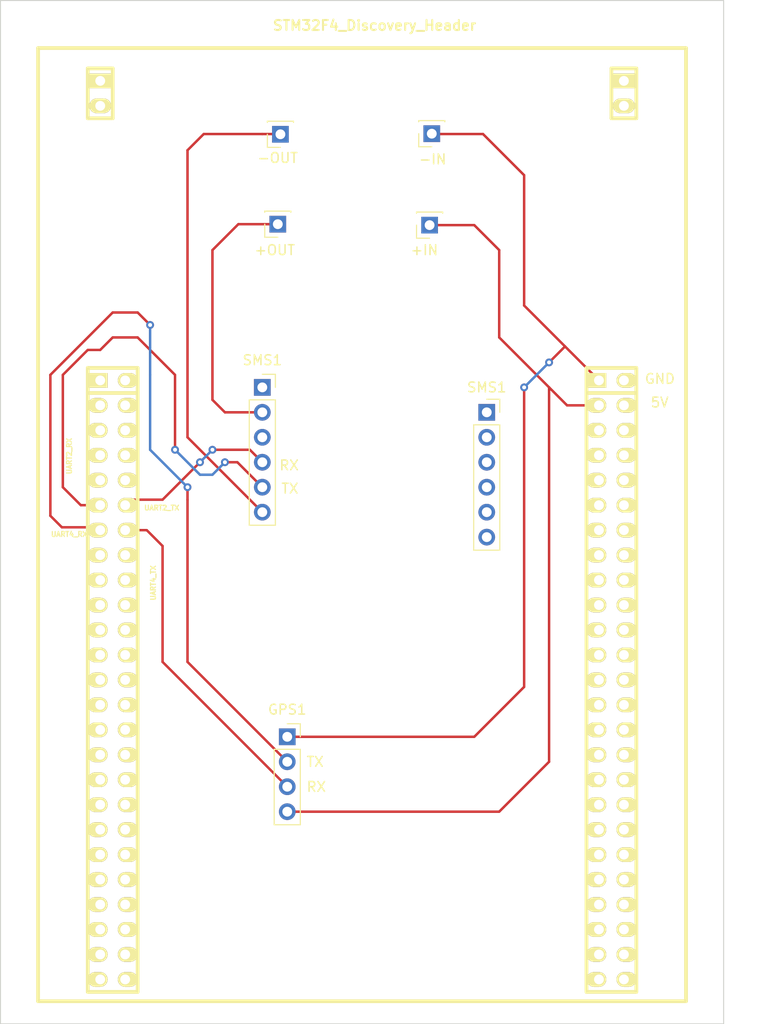
<source format=kicad_pcb>
(kicad_pcb (version 20221018) (generator pcbnew)
  (layers (0 "F.Cu" signal) (31 "B.Cu" signal) (34 "B.Paste" user) (35 "F.Paste" user) (36 "B.SilkS" user "B.Silkscreen") (37 "F.SilkS" user "F.Silkscreen") (38 "B.Mask" user) (39 "F.Mask" user) (44 "Edge.Cuts" user))
  (net 0 "")
  (footprint "Connector_PinSocket_2.54mm:PinSocket_1x06_P2.54mm_Vertical" (layer "F.Cu") (at 142.24 74.93)
    (fp_text reference "SMS1" (at 0 -2.77) (layer "F.SilkS"))
    (fp_text value "~")
    (fp_line (start -1.33 1.27) (end -1.33 14.03) (stroke (width 0.12)) (layer "F.SilkS"))
    (fp_line (start -1.33 1.27) (end 1.33 1.27) (stroke (width 0.12)) (layer "F.SilkS"))
    (fp_line (start -1.33 14.03) (end 1.33 14.03) (stroke (width 0.12)) (layer "F.SilkS"))
    (fp_line (start 0 -1.33) (end 1.33 -1.33) (stroke (width 0.12)) (layer "F.SilkS"))
    (fp_line (start 1.33 -1.33) (end 1.33 0) (stroke (width 0.12)) (layer "F.SilkS"))
    (fp_line (start 1.33 1.27) (end 1.33 14.03) (stroke (width 0.12)) (layer "F.SilkS"))
    (pad "1" thru_hole rect (at 0 0) (size 1.7 1.7) (drill 1) (layers "*.Cu" "*.Mask"))
    (pad "2" thru_hole oval (at 0 2.54) (size 1.7 1.7) (drill 1) (layers "*.Cu" "*.Mask"))
    (pad "3" thru_hole oval (at 0 5.08) (size 1.7 1.7) (drill 1) (layers "*.Cu" "*.Mask"))
    (pad "4" thru_hole oval (at 0 7.62) (size 1.7 1.7) (drill 1) (layers "*.Cu" "*.Mask"))
    (pad "5" thru_hole oval (at 0 10.16) (size 1.7 1.7) (drill 1) (layers "*.Cu" "*.Mask"))
    (pad "6" thru_hole oval (at 0 12.7) (size 1.7 1.7) (drill 1) (layers "*.Cu" "*.Mask"))
  )
  (footprint "Connector_PinSocket_2.54mm:PinSocket_1x01_P2.54mm_Vertical" (layer "F.Cu") (at 159.501626 49.114406 180)
    (fp_text reference "BuckConverter1" hide)
    (fp_text value "~")
    (fp_line (start -1.33 1.21) (end -1.33 1.33) (stroke (width 0.12)) (layer "F.SilkS"))
    (fp_line (start -1.33 1.33) (end 1.33 1.33) (stroke (width 0.12)) (layer "F.SilkS"))
    (fp_line (start 0 -1.33) (end 1.33 -1.33) (stroke (width 0.12)) (layer "F.SilkS"))
    (fp_line (start 1.33 -1.33) (end 1.33 0) (stroke (width 0.12)) (layer "F.SilkS"))
    (fp_line (start 1.33 1.21) (end 1.33 1.33) (stroke (width 0.12)) (layer "F.SilkS"))
    (pad "1" thru_hole rect (at 0 0 180) (size 1.7 1.7) (drill 1) (layers "*.Cu" "*.Mask"))
  )
  (footprint "Connector_PinSocket_2.54mm:PinSocket_1x01_P2.54mm_Vertical" (layer "F.Cu") (at 159.279107 58.42 180)
    (fp_text reference "BuckConverter1" hide)
    (fp_text value "~")
    (fp_line (start -1.33 1.21) (end -1.33 1.33) (stroke (width 0.12)) (layer "F.SilkS"))
    (fp_line (start -1.33 1.33) (end 1.33 1.33) (stroke (width 0.12)) (layer "F.SilkS"))
    (fp_line (start 0 -1.33) (end 1.33 -1.33) (stroke (width 0.12)) (layer "F.SilkS"))
    (fp_line (start 1.33 -1.33) (end 1.33 0) (stroke (width 0.12)) (layer "F.SilkS"))
    (fp_line (start 1.33 1.21) (end 1.33 1.33) (stroke (width 0.12)) (layer "F.SilkS"))
    (pad "1" thru_hole rect (at 0 0 180) (size 1.7 1.7) (drill 1) (layers "*.Cu" "*.Mask"))
  )
  (footprint "Connector_PinSocket_2.54mm:PinSocket_1x01_P2.54mm_Vertical" (layer "F.Cu") (at 143.817383 58.323502 180)
    (fp_text reference "BuckConverter1" hide)
    (fp_text value "~")
    (fp_line (start -1.33 1.21) (end -1.33 1.33) (stroke (width 0.12)) (layer "F.SilkS"))
    (fp_line (start -1.33 1.33) (end 1.33 1.33) (stroke (width 0.12)) (layer "F.SilkS"))
    (fp_line (start 0 -1.33) (end 1.33 -1.33) (stroke (width 0.12)) (layer "F.SilkS"))
    (fp_line (start 1.33 -1.33) (end 1.33 0) (stroke (width 0.12)) (layer "F.SilkS"))
    (fp_line (start 1.33 1.21) (end 1.33 1.33) (stroke (width 0.12)) (layer "F.SilkS"))
    (pad "1" thru_hole rect (at 0 0 180) (size 1.7 1.7) (drill 1) (layers "*.Cu" "*.Mask"))
  )
  (footprint "Connector_PinSocket_2.54mm:PinSocket_1x04_P2.54mm_Vertical" (layer "F.Cu") (at 144.78 110.49)
    (fp_text reference "GPS1" (at 0 -2.77) (layer "F.SilkS"))
    (fp_text value "~")
    (fp_line (start -1.33 1.27) (end -1.33 8.95) (stroke (width 0.12)) (layer "F.SilkS"))
    (fp_line (start -1.33 1.27) (end 1.33 1.27) (stroke (width 0.12)) (layer "F.SilkS"))
    (fp_line (start -1.33 8.95) (end 1.33 8.95) (stroke (width 0.12)) (layer "F.SilkS"))
    (fp_line (start 0 -1.33) (end 1.33 -1.33) (stroke (width 0.12)) (layer "F.SilkS"))
    (fp_line (start 1.33 -1.33) (end 1.33 0) (stroke (width 0.12)) (layer "F.SilkS"))
    (fp_line (start 1.33 1.27) (end 1.33 8.95) (stroke (width 0.12)) (layer "F.SilkS"))
    (pad "1" thru_hole rect (at 0 0) (size 1.7 1.7) (drill 1) (layers "*.Cu" "*.Mask"))
    (pad "2" thru_hole oval (at 0 2.54) (size 1.7 1.7) (drill 1) (layers "*.Cu" "*.Mask"))
    (pad "3" thru_hole oval (at 0 5.08) (size 1.7 1.7) (drill 1) (layers "*.Cu" "*.Mask"))
    (pad "4" thru_hole oval (at 0 7.62) (size 1.7 1.7) (drill 1) (layers "*.Cu" "*.Mask"))
  )
  (footprint "Connector_PinSocket_2.54mm:PinSocket_1x01_P2.54mm_Vertical" (layer "F.Cu") (at 144.084612 49.176074 180)
    (fp_text reference "BuckConverter1" hide)
    (fp_text value "~")
    (fp_line (start -1.33 1.21) (end -1.33 1.33) (stroke (width 0.12)) (layer "F.SilkS"))
    (fp_line (start -1.33 1.33) (end 1.33 1.33) (stroke (width 0.12)) (layer "F.SilkS"))
    (fp_line (start 0 -1.33) (end 1.33 -1.33) (stroke (width 0.12)) (layer "F.SilkS"))
    (fp_line (start 1.33 -1.33) (end 1.33 0) (stroke (width 0.12)) (layer "F.SilkS"))
    (fp_line (start 1.33 1.21) (end 1.33 1.33) (stroke (width 0.12)) (layer "F.SilkS"))
    (pad "1" thru_hole rect (at 0 0 180) (size 1.7 1.7) (drill 1) (layers "*.Cu" "*.Mask"))
  )
  (footprint "Connector_PinSocket_2.54mm:PinSocket_1x06_P2.54mm_Vertical" (layer "F.Cu") (at 165.1 77.47)
    (fp_text reference "SMS1" (at 0 -2.54) (layer "F.SilkS"))
    (fp_text value "~")
    (fp_line (start -1.33 1.27) (end -1.33 14.03) (stroke (width 0.12)) (layer "F.SilkS"))
    (fp_line (start -1.33 1.27) (end 1.33 1.27) (stroke (width 0.12)) (layer "F.SilkS"))
    (fp_line (start -1.33 14.03) (end 1.33 14.03) (stroke (width 0.12)) (layer "F.SilkS"))
    (fp_line (start 0 -1.33) (end 1.33 -1.33) (stroke (width 0.12)) (layer "F.SilkS"))
    (fp_line (start 1.33 -1.33) (end 1.33 0) (stroke (width 0.12)) (layer "F.SilkS"))
    (fp_line (start 1.33 1.27) (end 1.33 14.03) (stroke (width 0.12)) (layer "F.SilkS"))
    (pad "1" thru_hole rect (at 0 0) (size 1.7 1.7) (drill 1) (layers "*.Cu" "*.Mask"))
    (pad "2" thru_hole oval (at 0 2.54) (size 1.7 1.7) (drill 1) (layers "*.Cu" "*.Mask"))
    (pad "3" thru_hole oval (at 0 5.08) (size 1.7 1.7) (drill 1) (layers "*.Cu" "*.Mask"))
    (pad "4" thru_hole oval (at 0 7.62) (size 1.7 1.7) (drill 1) (layers "*.Cu" "*.Mask"))
    (pad "5" thru_hole oval (at 0 10.16) (size 1.7 1.7) (drill 1) (layers "*.Cu" "*.Mask"))
    (pad "6" thru_hole oval (at 0 12.7) (size 1.7 1.7) (drill 1) (layers "*.Cu" "*.Mask"))
  )
  (footprint "STM32:stm32f4_discovery_header" (layer "F.Cu") (at 152.4 88.9 90)
    (fp_text reference "STM32F4_Discovery_Header" (at 50.8 1.27) (layer "F.SilkS") (effects (font (size 1.016 1.016) (thickness 0.2032))))
    (fp_text value "Val**" hide)
    (fp_line (start -48.5 33) (end -48.5 -33) (stroke (width 0.381)) (layer "F.SilkS"))
    (fp_line (start -48.5 33) (end 48.5 33) (stroke (width 0.381)) (layer "F.SilkS"))
    (fp_line (start -47.55 -27.94) (end -47.55 -22.86) (stroke (width 0.381)) (layer "F.SilkS"))
    (fp_line (start -47.55 -27.94) (end 15.95 -27.94) (stroke (width 0.381)) (layer "F.SilkS"))
    (fp_line (start -47.55 -22.86) (end 15.95 -22.86) (stroke (width 0.381)) (layer "F.SilkS"))
    (fp_line (start -47.55 22.86) (end -47.55 27.94) (stroke (width 0.381)) (layer "F.SilkS"))
    (fp_line (start -47.55 22.86) (end 15.95 22.86) (stroke (width 0.381)) (layer "F.SilkS"))
    (fp_line (start -47.55 27.94) (end 15.95 27.94) (stroke (width 0.381)) (layer "F.SilkS"))
    (fp_line (start 13.3985 -27.94) (end 13.3985 -22.86) (stroke (width 0.381)) (layer "F.SilkS"))
    (fp_line (start 13.3985 22.86) (end 13.3985 27.94) (stroke (width 0.381)) (layer "F.SilkS"))
    (fp_line (start 15.95 -27.94) (end 15.95 -22.86) (stroke (width 0.381)) (layer "F.SilkS"))
    (fp_line (start 15.95 22.86) (end 15.95 27.94) (stroke (width 0.381)) (layer "F.SilkS"))
    (fp_line (start 41.35 -27.94) (end 41.35 -25.4) (stroke (width 0.381)) (layer "F.SilkS"))
    (fp_line (start 41.35 -25.4) (end 46.43 -25.4) (stroke (width 0.381)) (layer "F.SilkS"))
    (fp_line (start 41.35 25.4) (end 41.35 27.94) (stroke (width 0.381)) (layer "F.SilkS"))
    (fp_line (start 41.35 27.94) (end 46.43 27.94) (stroke (width 0.381)) (layer "F.SilkS"))
    (fp_line (start 46.43 -27.94) (end 41.35 -27.94) (stroke (width 0.381)) (layer "F.SilkS"))
    (fp_line (start 46.43 -25.4) (end 46.43 -27.94) (stroke (width 0.381)) (layer "F.SilkS"))
    (fp_line (start 46.43 25.4) (end 41.35 25.4) (stroke (width 0.381)) (layer "F.SilkS"))
    (fp_line (start 46.43 27.94) (end 46.43 25.4) (stroke (width 0.381)) (layer "F.SilkS"))
    (fp_line (start 48.5 -33) (end -48.5 -33) (stroke (width 0.381)) (layer "F.SilkS"))
    (fp_line (start 48.5 33) (end 48.5 -33) (stroke (width 0.381)) (layer "F.SilkS"))
    (pad "1" thru_hole rect (at 14.68 -26.67 90) (size 1.5 2) (drill 1.00076 (offset 0 -0.25)) (layers "*.Cu" "*.Mask" "F.SilkS"))
    (pad "2" thru_hole oval (at 14.68 -24.13 90) (size 1.5 2) (drill 1.00076 (offset 0 0.25)) (layers "*.Cu" "*.Mask" "F.SilkS"))
    (pad "3" thru_hole oval (at 12.14 -26.67 90) (size 1.5 2) (drill 0.99822 (offset 0 -0.25)) (layers "*.Cu" "*.Mask" "F.SilkS"))
    (pad "4" thru_hole oval (at 12.14 -24.13 90) (size 1.5 2) (drill 1.00076 (offset 0 0.25)) (layers "*.Cu" "*.Mask" "F.SilkS"))
    (pad "5" thru_hole oval (at 9.6 -26.67 90) (size 1.5 2) (drill 0.99822 (offset 0 -0.25)) (layers "*.Cu" "*.Mask" "F.SilkS"))
    (pad "6" thru_hole oval (at 9.6 -24.13 90) (size 1.5 2) (drill 1.00076 (offset 0 0.25)) (layers "*.Cu" "*.Mask" "F.SilkS"))
    (pad "7" thru_hole oval (at 7.06 -26.67 90) (size 1.5 2) (drill 0.99822 (offset 0 -0.25)) (layers "*.Cu" "*.Mask" "F.SilkS"))
    (pad "8" thru_hole oval (at 7.06 -24.13 90) (size 1.5 2) (drill 1.00076 (offset 0 0.25)) (layers "*.Cu" "*.Mask" "F.SilkS"))
    (pad "9" thru_hole oval (at 4.52 -26.67 90) (size 1.5 2) (drill 0.99822 (offset 0 -0.25)) (layers "*.Cu" "*.Mask" "F.SilkS"))
    (pad "10" thru_hole oval (at 4.52 -24.13 90) (size 1.5 2) (drill 1.00076 (offset 0 0.25)) (layers "*.Cu" "*.Mask" "F.SilkS"))
    (pad "11" thru_hole oval (at 1.98 -26.67 90) (size 1.5 2) (drill 0.99822 (offset 0 -0.25)) (layers "*.Cu" "*.Mask" "F.SilkS"))
    (pad "12" thru_hole oval (at 1.98 -24.13 90) (size 1.5 2) (drill 1.00076 (offset 0 0.25)) (layers "*.Cu" "*.Mask" "F.SilkS"))
    (pad "13" thru_hole oval (at -0.56 -26.67 90) (size 1.5 2) (drill 0.99822 (offset 0 -0.25)) (layers "*.Cu" "*.Mask" "F.SilkS"))
    (pad "14" thru_hole oval (at -0.56 -24.13 90) (size 1.5 2) (drill 1.00076 (offset 0 0.25)) (layers "*.Cu" "*.Mask" "F.SilkS"))
    (pad "15" thru_hole oval (at -3.1 -26.67 90) (size 1.5 2) (drill 0.99822 (offset 0 -0.25)) (layers "*.Cu" "*.Mask" "F.SilkS"))
    (pad "16" thru_hole oval (at -3.1 -24.13 90) (size 1.5 2) (drill 1.00076 (offset 0 0.25)) (layers "*.Cu" "*.Mask" "F.SilkS"))
    (pad "17" thru_hole oval (at -5.64 -26.67 90) (size 1.5 2) (drill 0.99822 (offset 0 -0.25)) (layers "*.Cu" "*.Mask" "F.SilkS"))
    (pad "18" thru_hole oval (at -5.64 -24.13 90) (size 1.5 2) (drill 1.00076 (offset 0 0.25)) (layers "*.Cu" "*.Mask" "F.SilkS"))
    (pad "19" thru_hole oval (at -8.18 -26.67 90) (size 1.5 2) (drill 0.99822 (offset 0 -0.25)) (layers "*.Cu" "*.Mask" "F.SilkS"))
    (pad "20" thru_hole oval (at -8.18 -24.13 90) (size 1.5 2) (drill 1.00076 (offset 0 0.25)) (layers "*.Cu" "*.Mask" "F.SilkS"))
    (pad "21" thru_hole oval (at -10.72 -26.67 90) (size 1.5 2) (drill 0.99822 (offset 0 -0.25)) (layers "*.Cu" "*.Mask" "F.SilkS"))
    (pad "22" thru_hole oval (at -10.72 -24.13 90) (size 1.5 2) (drill 1.00076 (offset 0 0.25)) (layers "*.Cu" "*.Mask" "F.SilkS"))
    (pad "23" thru_hole oval (at -13.26 -26.67 90) (size 1.5 2) (drill 0.99822 (offset 0 -0.25)) (layers "*.Cu" "*.Mask" "F.SilkS"))
    (pad "24" thru_hole oval (at -13.26 -24.13 90) (size 1.5 2) (drill 1.00076 (offset 0 0.25)) (layers "*.Cu" "*.Mask" "F.SilkS"))
    (pad "25" thru_hole oval (at -15.8 -26.67 90) (size 1.5 2) (drill 0.99822 (offset 0 -0.25)) (layers "*.Cu" "*.Mask" "F.SilkS"))
    (pad "26" thru_hole oval (at -15.8 -24.13 90) (size 1.5 2) (drill 1.00076 (offset 0 0.25)) (layers "*.Cu" "*.Mask" "F.SilkS"))
    (pad "27" thru_hole oval (at -18.34 -26.67 90) (size 1.5 2) (drill 0.99822 (offset 0 -0.25)) (layers "*.Cu" "*.Mask" "F.SilkS"))
    (pad "28" thru_hole oval (at -18.34 -24.13 90) (size 1.5 2) (drill 1.00076 (offset 0 0.25)) (layers "*.Cu" "*.Mask" "F.SilkS"))
    (pad "29" thru_hole oval (at -20.88 -26.67 90) (size 1.5 2) (drill 0.99822 (offset 0 -0.25)) (layers "*.Cu" "*.Mask" "F.SilkS"))
    (pad "30" thru_hole oval (at -20.88 -24.13 90) (size 1.5 2) (drill 1.00076 (offset 0 0.25)) (layers "*.Cu" "*.Mask" "F.SilkS"))
    (pad "31" thru_hole oval (at -23.42 -26.67 90) (size 1.5 2) (drill 0.99822 (offset 0 -0.25)) (layers "*.Cu" "*.Mask" "F.SilkS"))
    (pad "32" thru_hole oval (at -23.42 -24.13 90) (size 1.5 2) (drill 1.00076 (offset 0 0.25)) (layers "*.Cu" "*.Mask" "F.SilkS"))
    (pad "33" thru_hole oval (at -25.96 -26.67 90) (size 1.5 2) (drill 0.99822 (offset 0 -0.25)) (layers "*.Cu" "*.Mask" "F.SilkS"))
    (pad "34" thru_hole oval (at -25.96 -24.13 90) (size 1.5 2) (drill 1.00076 (offset 0 0.25)) (layers "*.Cu" "*.Mask" "F.SilkS"))
    (pad "35" thru_hole oval (at -28.5 -26.67 90) (size 1.5 2) (drill 0.99822 (offset 0 -0.25)) (layers "*.Cu" "*.Mask" "F.SilkS"))
    (pad "36" thru_hole oval (at -28.5 -24.13 90) (size 1.5 2) (drill 1.00076 (offset 0 0.25)) (layers "*.Cu" "*.Mask" "F.SilkS"))
    (pad "37" thru_hole oval (at -31.04 -26.67 90) (size 1.5 2) (drill 0.99822 (offset 0 -0.25)) (layers "*.Cu" "*.Mask" "F.SilkS"))
    (pad "38" thru_hole oval (at -31.04 -24.13 90) (size 1.5 2) (drill 1.00076 (offset 0 0.25)) (layers "*.Cu" "*.Mask" "F.SilkS"))
    (pad "39" thru_hole oval (at -33.58 -26.67 90) (size 1.5 2) (drill 0.99822 (offset 0 -0.25)) (layers "*.Cu" "*.Mask" "F.SilkS"))
    (pad "40" thru_hole oval (at -33.58 -24.13 90) (size 1.5 2) (drill 1.00076 (offset 0 0.25)) (layers "*.Cu" "*.Mask" "F.SilkS"))
    (pad "41" thru_hole oval (at -36.12 -26.67 90) (size 1.5 2) (drill 0.99822 (offset 0 -0.25)) (layers "*.Cu" "*.Mask" "F.SilkS"))
    (pad "42" thru_hole oval (at -36.12 -24.13 90) (size 1.5 2) (drill 1.00076 (offset 0 0.25)) (layers "*.Cu" "*.Mask" "F.SilkS"))
    (pad "43" thru_hole oval (at -38.66 -26.67 90) (size 1.5 2) (drill 0.99822 (offset 0 -0.25)) (layers "*.Cu" "*.Mask" "F.SilkS"))
    (pad "44" thru_hole oval (at -38.66 -24.13 90) (size 1.5 2) (drill 1.00076 (offset 0 0.25)) (layers "*.Cu" "*.Mask" "F.SilkS"))
    (pad "45" thru_hole oval (at -41.2 -26.67 90) (size 1.5 2) (drill 0.99822 (offset 0 -0.25)) (layers "*.Cu" "*.Mask" "F.SilkS"))
    (pad "46" thru_hole oval (at -41.2 -24.13 90) (size 1.5 2) (drill 1.00076 (offset 0 0.25)) (layers "*.Cu" "*.Mask" "F.SilkS"))
    (pad "47" thru_hole oval (at -43.74 -26.67 90) (size 1.5 2) (drill 0.99822 (offset 0 -0.25)) (layers "*.Cu" "*.Mask" "F.SilkS"))
    (pad "48" thru_hole oval (at -43.74 -24.13 90) (size 1.5 2) (drill 1.00076 (offset 0 0.25)) (layers "*.Cu" "*.Mask" "F.SilkS"))
    (pad "49" thru_hole oval (at -46.28 -26.67 90) (size 1.5 2) (drill 0.99822 (offset 0 -0.25)) (layers "*.Cu" "*.Mask" "F.SilkS"))
    (pad "49" thru_hole rect (at 45.16 -26.67 90) (size 1.5 2.2) (drill 1.00076) (layers "*.Cu" "*.Mask" "F.SilkS"))
    (pad "50" thru_hole oval (at -46.28 -24.13 90) (size 1.5 2) (drill 1.00076 (offset 0 0.25)) (layers "*.Cu" "*.Mask" "F.SilkS"))
    (pad "50" thru_hole oval (at 42.62 -26.67 90) (size 1.5 2.2) (drill 1.00076) (layers "*.Cu" "*.Mask" "F.SilkS"))
    (pad "51" thru_hole oval (at -46.28 24.13 90) (size 1.5 2) (drill 0.99822 (offset 0 -0.25)) (layers "*.Cu" "*.Mask" "F.SilkS"))
    (pad "51" thru_hole rect (at 45.16 26.67 90) (size 1.5 2.2) (drill 1.00076) (layers "*.Cu" "*.Mask" "F.SilkS"))
    (pad "52" thru_hole oval (at -46.28 26.67 90) (size 1.5 2) (drill 1.00076 (offset 0 0.25)) (layers "*.Cu" "*.Mask" "F.SilkS"))
    (pad "52" thru_hole oval (at 42.62 26.67 90) (size 1.5 2.2) (drill 1.00076) (layers "*.Cu" "*.Mask" "F.SilkS"))
    (pad "53" thru_hole oval (at -43.74 24.13 90) (size 1.5 2) (drill 0.99822 (offset 0 -0.25)) (layers "*.Cu" "*.Mask" "F.SilkS"))
    (pad "54" thru_hole oval (at -43.74 26.67 90) (size 1.5 2) (drill 1.00076 (offset 0 0.25)) (layers "*.Cu" "*.Mask" "F.SilkS"))
    (pad "55" thru_hole oval (at -41.2 24.13 90) (size 1.5 2) (drill 0.99822 (offset 0 -0.25)) (layers "*.Cu" "*.Mask" "F.SilkS"))
    (pad "56" thru_hole oval (at -41.2 26.67 90) (size 1.5 2) (drill 1.00076 (offset 0 0.25)) (layers "*.Cu" "*.Mask" "F.SilkS"))
    (pad "57" thru_hole oval (at -38.66 24.13 90) (size 1.5 2) (drill 0.99822 (offset 0 -0.25)) (layers "*.Cu" "*.Mask" "F.SilkS"))
    (pad "58" thru_hole oval (at -38.66 26.67 90) (size 1.5 2) (drill 1.00076 (offset 0 0.25)) (layers "*.Cu" "*.Mask" "F.SilkS"))
    (pad "59" thru_hole oval (at -36.12 24.13 90) (size 1.5 2) (drill 0.99822 (offset 0 -0.25)) (layers "*.Cu" "*.Mask" "F.SilkS"))
    (pad "60" thru_hole oval (at -36.12 26.67 90) (size 1.5 2) (drill 1.00076 (offset 0 0.25)) (layers "*.Cu" "*.Mask" "F.SilkS"))
    (pad "61" thru_hole oval (at -33.58 24.13 90) (size 1.5 2) (drill 0.99822 (offset 0 -0.25)) (layers "*.Cu" "*.Mask" "F.SilkS"))
    (pad "62" thru_hole oval (at -33.58 26.67 90) (size 1.5 2) (drill 1.00076 (offset 0 0.25)) (layers "*.Cu" "*.Mask" "F.SilkS"))
    (pad "63" thru_hole oval (at -31.04 24.13 90) (size 1.5 2) (drill 0.99822 (offset 0 -0.25)) (layers "*.Cu" "*.Mask" "F.SilkS"))
    (pad "64" thru_hole oval (at -31.04 26.67 90) (size 1.5 2) (drill 1.00076 (offset 0 0.25)) (layers "*.Cu" "*.Mask" "F.SilkS"))
    (pad "65" thru_hole oval (at -28.5 24.13 90) (size 1.5 2) (drill 0.99822 (offset 0 -0.25)) (layers "*.Cu" "*.Mask" "F.SilkS"))
    (pad "66" thru_hole oval (at -28.5 26.67 90) (size 1.5 2) (drill 1.00076 (offset 0 0.25)) (layers "*.Cu" "*.Mask" "F.SilkS"))
    (pad "67" thru_hole oval (at -25.96 24.13 90) (size 1.5 2) (drill 0.99822 (offset 0 -0.25)) (layers "*.Cu" "*.Mask" "F.SilkS"))
    (pad "68" thru_hole oval (at -25.96 26.67 90) (size 1.5 2) (drill 1.00076 (offset 0 0.25)) (layers "*.Cu" "*.Mask" "F.SilkS"))
    (pad "69" thru_hole oval (at -23.42 24.13 90) (size 1.5 2) (drill 0.99822 (offset 0 -0.25)) (layers "*.Cu" "*.Mask" "F.SilkS"))
    (pad "70" thru_hole oval (at -23.42 26.67 90) (size 1.5 2) (drill 1.00076 (offset 0 0.25)) (layers "*.Cu" "*.Mask" "F.SilkS"))
    (pad "71" thru_hole oval (at -20.88 24.13 90) (size 1.5 2) (drill 0.99822 (offset 0 -0.25)) (layers "*.Cu" "*.Mask" "F.SilkS"))
    (pad "72" thru_hole oval (at -20.88 26.67 90) (size 1.5 2) (drill 1.00076 (offset 0 0.25)) (layers "*.Cu" "*.Mask" "F.SilkS"))
    (pad "73" thru_hole oval (at -18.34 24.13 90) (size 1.5 2) (drill 0.99822 (offset 0 -0.25)) (layers "*.Cu" "*.Mask" "F.SilkS"))
    (pad "74" thru_hole oval (at -18.34 26.67 90) (size 1.5 2) (drill 1.00076 (offset 0 0.25)) (layers "*.Cu" "*.Mask" "F.SilkS"))
    (pad "75" thru_hole oval (at -15.8 24.13 90) (size 1.5 2) (drill 0.99822 (offset 0 -0.25)) (layers "*.Cu" "*.Mask" "F.SilkS"))
    (pad "76" thru_hole oval (at -15.8 26.67 90) (size 1.5 2) (drill 1.00076 (offset 0 0.25)) (layers "*.Cu" "*.Mask" "F.SilkS"))
    (pad "77" thru_hole oval (at -13.26 24.13 90) (size 1.5 2) (drill 0.99822 (offset 0 -0.25)) (layers "*.Cu" "*.Mask" "F.SilkS"))
    (pad "78" thru_hole oval (at -13.26 26.67 90) (size 1.5 2) (drill 1.00076 (offset 0 0.25)) (layers "*.Cu" "*.Mask" "F.SilkS"))
    (pad "79" thru_hole oval (at -10.72 24.13 90) (size 1.5 2) (drill 0.99822 (offset 0 -0.25)) (layers "*.Cu" "*.Mask" "F.SilkS"))
    (pad "80" thru_hole oval (at -10.72 26.67 90) (size 1.5 2) (drill 1.00076 (offset 0 0.25)) (layers "*.Cu" "*.Mask" "F.SilkS"))
    (pad "81" thru_hole oval (at -8.18 24.13 90) (size 1.5 2) (drill 0.99822 (offset 0 -0.25)) (layers "*.Cu" "*.Mask" "F.SilkS"))
    (pad "82" thru_hole oval (at -8.18 26.67 90) (size 1.5 2) (drill 1.00076 (offset 0 0.25)) (layers "*.Cu" "*.Mask" "F.SilkS"))
    (pad "83" thru_hole oval (at -5.64 24.13 90) (size 1.5 2) (drill 0.99822 (offset 0 -0.25)) (layers "*.Cu" "*.Mask" "F.SilkS"))
    (pad "84" thru_hole oval (at -5.64 26.67 90) (size 1.5 2) (drill 1.00076 (offset 0 0.25)) (layers "*.Cu" "*.Mask" "F.SilkS"))
    (pad "85" thru_hole oval (at -3.1 24.13 90) (size 1.5 2) (drill 0.99822 (offset 0 -0.25)) (layers "*.Cu" "*.Mask" "F.SilkS"))
    (pad "86" thru_hole oval (at -3.1 26.67 90) (size 1.5 2) (drill 1.00076 (offset 0 0.25)) (layers "*.Cu" "*.Mask" "F.SilkS"))
    (pad "87" thru_hole oval (at -0.56 24.13 90) (size 1.5 2) (drill 0.99822 (offset 0 -0.25)) (layers "*.Cu" "*.Mask" "F.SilkS"))
    (pad "88" thru_hole oval (at -0.56 26.67 90) (size 1.5 2) (drill 1.00076 (offset 0 0.25)) (layers "*.Cu" "*.Mask" "F.SilkS"))
    (pad "89" thru_hole oval (at 1.98 24.13 90) (size 1.5 2) (drill 0.99822 (offset 0 -0.25)) (layers "*.Cu" "*.Mask" "F.SilkS"))
    (pad "90" thru_hole oval (at 1.98 26.67 90) (size 1.5 2) (drill 1.00076 (offset 0 0.25)) (layers "*.Cu" "*.Mask" "F.SilkS"))
    (pad "91" thru_hole oval (at 4.52 24.13 90) (size 1.5 2) (drill 0.99822 (offset 0 -0.25)) (layers "*.Cu" "*.Mask" "F.SilkS"))
    (pad "92" thru_hole oval (at 4.52 26.67 90) (size 1.5 2) (drill 1.00076 (offset 0 0.25)) (layers "*.Cu" "*.Mask" "F.SilkS"))
    (pad "93" thru_hole oval (at 7.06 24.13 90) (size 1.5 2) (drill 0.99822 (offset 0 -0.25)) (layers "*.Cu" "*.Mask" "F.SilkS"))
    (pad "94" thru_hole oval (at 7.06 26.67 90) (size 1.5 2) (drill 1.00076 (offset 0 0.25)) (layers "*.Cu" "*.Mask" "F.SilkS"))
    (pad "95" thru_hole oval (at 9.6 24.13 90) (size 1.5 2) (drill 0.99822 (offset 0 -0.25)) (layers "*.Cu" "*.Mask" "F.SilkS"))
    (pad "96" thru_hole oval (at 9.6 26.67 90) (size 1.5 2) (drill 1.00076 (offset 0 0.25)) (layers "*.Cu" "*.Mask" "F.SilkS"))
    (pad "97" thru_hole oval (at 12.14 24.13 90) (size 1.5 2) (drill 0.99822 (offset 0 -0.25)) (layers "*.Cu" "*.Mask" "F.SilkS"))
    (pad "98" thru_hole oval (at 12.14 26.67 90) (size 1.5 2) (drill 1.00076 (offset 0 0.25)) (layers "*.Cu" "*.Mask" "F.SilkS"))
    (pad "99" thru_hole rect (at 14.68 24.13 90) (size 1.5 2) (drill 1.00076 (offset 0 -0.25)) (layers "*.Cu" "*.Mask" "F.SilkS"))
    (pad "100" thru_hole oval (at 14.68 26.67 90) (size 1.5 2) (drill 1.00076 (offset 0 0.25)) (layers "*.Cu" "*.Mask" "F.SilkS"))
  )
  (gr_rect (start 115.57 35.56) (end 189.23 139.7) (stroke (width 0.1)) (fill none) (layer "Edge.Cuts"))
  (gr_text "TX" (at 144.094799 85.811839) (layer "F.SilkS") (effects (font (size 1 1)) (justify left bottom)))
  (gr_text "UART2_RX\n" (at 122.86462 83.845882 90) (layer "F.SilkS") (effects (font (size 0.5 0.5) (thickness 0.125)) (justify left bottom)))
  (gr_text "UART4_TX\n" (at 131.422207 96.688921 90) (layer "F.SilkS") (effects (font (size 0.5 0.5) (thickness 0.125)) (justify left bottom)))
  (gr_text "RX\n" (at 143.893901 83.445613) (layer "F.SilkS") (effects (font (size 1 1)) (justify left bottom)))
  (gr_text "+IN" (at 158.75 60.96) (layer "F.SilkS") (effects (font (size 1 1))))
  (gr_text "-IN" (at 159.593633 51.719457) (layer "F.SilkS") (effects (font (size 1 1))))
  (gr_text "5V\n" (at 181.71278 77.051743) (layer "F.SilkS") (effects (font (size 1 1)) (justify left bottom)))
  (gr_text "TX\n" (at 146.66668 113.619272) (layer "F.SilkS") (effects (font (size 1 1)) (justify left bottom)))
  (gr_text "+OUT\n" (at 143.51 60.96) (layer "F.SilkS") (effects (font (size 1 1))))
  (gr_text "UART4_RX\n" (at 120.65 90.17) (layer "F.SilkS") (effects (font (size 0.5 0.5) (thickness 0.125)) (justify left bottom)))
  (gr_text "UART2_TX\n" (at 130.141451 87.484297) (layer "F.SilkS") (effects (font (size 0.5 0.5) (thickness 0.125)) (justify left bottom)))
  (gr_text "RX\n" (at 146.666965 116.168218) (layer "F.SilkS") (effects (font (size 1 1)) (justify left bottom)))
  (gr_text "-OUT\n" (at 143.803215 51.581118) (layer "F.SilkS") (effects (font (size 1 1))))
  (gr_text "GND" (at 181.116655 74.646688) (layer "F.SilkS") (effects (font (size 1 1)) (justify left bottom)))
  (segment (start 125.73 86.92) (end 123.75 86.92) (width 0.25) (layer "F.Cu") (net 0))
  (segment (start 133.35 73.66) (end 129.54 69.85) (width 0.25) (layer "F.Cu") (net 0))
  (segment (start 137.16 60.96) (end 139.796498 58.323502) (width 0.25) (layer "F.Cu") (net 0))
  (segment (start 168.91 53.34) (end 164.719683 49.149683) (width 0.25) (layer "F.Cu") (net 0))
  (segment (start 133.35 81.28) (end 133.35 73.66) (width 0.25) (layer "F.Cu") (net 0))
  (segment (start 144.78 110.49) (end 163.83 110.49) (width 0.25) (layer "F.Cu") (net 0))
  (segment (start 171.45 113.03) (end 171.45 74.93) (width 0.25) (layer "F.Cu") (net 0))
  (segment (start 128.83 86.36) (end 132.08 86.36) (width 0.25) (layer "F.Cu") (net 0))
  (segment (start 128.27 86.92) (end 128.83 86.36) (width 0.25) (layer "F.Cu") (net 0))
  (segment (start 137.16 76.2) (end 137.16 60.96) (width 0.25) (layer "F.Cu") (net 0))
  (segment (start 173.28 76.76) (end 171.45 74.93) (width 0.25) (layer "F.Cu") (net 0))
  (segment (start 134.62 102.87) (end 134.62 86.36) (width 0.25) (layer "F.Cu") (net 0))
  (segment (start 142.24 87.63) (end 134.62 80.01) (width 0.25) (layer "F.Cu") (net 0))
  (segment (start 124.46 71.12) (end 121.92 73.66) (width 0.25) (layer "F.Cu") (net 0))
  (segment (start 176.53 76.76) (end 173.28 76.76) (width 0.25) (layer "F.Cu") (net 0))
  (segment (start 166.37 69.85) (end 171.45 74.93) (width 0.25) (layer "F.Cu") (net 0))
  (segment (start 159.279107 58.42) (end 163.83 58.42) (width 0.25) (layer "F.Cu") (net 0))
  (segment (start 123.75 86.92) (end 121.92 85.09) (width 0.25) (layer "F.Cu") (net 0))
  (segment (start 139.796498 58.323502) (end 143.817383 58.323502) (width 0.25) (layer "F.Cu") (net 0))
  (segment (start 159.984723 49.114406) (end 160.02 49.149683) (width 0) (layer "F.Cu") (net 0))
  (segment (start 164.719683 49.149683) (end 160.02 49.149683) (width 0.25) (layer "F.Cu") (net 0))
  (segment (start 144.78 115.57) (end 132.08 102.87) (width 0.25) (layer "F.Cu") (net 0))
  (segment (start 136.270317 49.149683) (end 142.24 49.149683) (width 0.25) (layer "F.Cu") (net 0))
  (segment (start 120.65 87.997823) (end 121.822068 89.169891) (width 0.25) (layer "F.Cu") (net 0))
  (segment (start 160.02 49.149683) (end 159.144228 49.149683) (width 0.25) (layer "F.Cu") (net 0))
  (segment (start 134.62 50.8) (end 136.270317 49.149683) (width 0.25) (layer "F.Cu") (net 0))
  (segment (start 163.83 58.42) (end 166.37 60.96) (width 0.25) (layer "F.Cu") (net 0))
  (segment (start 127 67.31) (end 120.65 73.66) (width 0.25) (layer "F.Cu") (net 0))
  (segment (start 120.65 73.66) (end 120.65 87.997823) (width 0.25) (layer "F.Cu") (net 0))
  (segment (start 144.78 113.03) (end 134.62 102.87) (width 0.25) (layer "F.Cu") (net 0))
  (segment (start 159.501626 49.114406) (end 159.984723 49.114406) (width 0) (layer "F.Cu") (net 0))
  (segment (start 137.16 81.28) (end 140.97 81.28) (width 0.25) (layer "F.Cu") (net 0))
  (segment (start 142.24 85.09) (end 139.7 82.55) (width 0.25) (layer "F.Cu") (net 0))
  (segment (start 125.439891 89.169891) (end 125.73 89.46) (width 0.25) (layer "F.Cu") (net 0))
  (segment (start 125.73 71.12) (end 124.46 71.12) (width 0.25) (layer "F.Cu") (net 0))
  (segment (start 139.7 82.55) (end 138.43 82.55) (width 0.25) (layer "F.Cu") (net 0))
  (segment (start 142.24 49.149683) (end 143.375121 49.149683) (width 0.25) (layer "F.Cu") (net 0))
  (segment (start 132.08 102.87) (end 132.08 91.072655) (width 0.25) (layer "F.Cu") (net 0))
  (segment (start 168.91 66.6) (end 168.91 53.34) (width 0.25) (layer "F.Cu") (net 0))
  (segment (start 168.91 105.41) (end 168.91 74.93) (width 0.25) (layer "F.Cu") (net 0))
  (segment (start 134.62 80.01) (end 134.62 50.8) (width 0.25) (layer "F.Cu") (net 0))
  (segment (start 132.08 86.36) (end 135.89 82.55) (width 0.25) (layer "F.Cu") (net 0))
  (segment (start 130.81 68.58) (end 129.54 67.31) (width 0.25) (layer "F.Cu") (net 0))
  (segment (start 166.37 118.11) (end 171.45 113.03) (width 0.25) (layer "F.Cu") (net 0))
  (segment (start 142.266391 49.176074) (end 142.24 49.149683) (width 0) (layer "F.Cu") (net 0))
  (segment (start 166.37 60.96) (end 166.37 69.85) (width 0.25) (layer "F.Cu") (net 0))
  (segment (start 176.53 74.22) (end 173.075 70.765) (width 0.25) (layer "F.Cu") (net 0))
  (segment (start 127 69.85) (end 125.73 71.12) (width 0.25) (layer "F.Cu") (net 0))
  (segment (start 134.62 86.36) (end 134.62 85.09) (width 0.25) (layer "F.Cu") (net 0))
  (segment (start 132.08 91.072655) (end 130.467345 89.46) (width 0.25) (layer "F.Cu") (net 0))
  (segment (start 129.54 67.31) (end 127 67.31) (width 0.25) (layer "F.Cu") (net 0))
  (segment (start 144.084612 49.176074) (end 142.266391 49.176074) (width 0) (layer "F.Cu") (net 0))
  (segment (start 140.97 81.28) (end 142.24 82.55) (width 0.25) (layer "F.Cu") (net 0))
  (segment (start 121.822068 89.169891) (end 125.439891 89.169891) (width 0.25) (layer "F.Cu") (net 0))
  (segment (start 130.467345 89.46) (end 128.27 89.46) (width 0.25) (layer "F.Cu") (net 0))
  (segment (start 129.54 69.85) (end 127 69.85) (width 0.25) (layer "F.Cu") (net 0))
  (segment (start 171.45 72.39) (end 173.075 70.765) (width 0.25) (layer "F.Cu") (net 0))
  (segment (start 144.78 118.11) (end 166.37 118.11) (width 0.25) (layer "F.Cu") (net 0))
  (segment (start 138.43 77.47) (end 137.16 76.2) (width 0.25) (layer "F.Cu") (net 0))
  (segment (start 142.24 77.47) (end 138.43 77.47) (width 0.25) (layer "F.Cu") (net 0))
  (segment (start 121.92 85.09) (end 121.92 73.66) (width 0.25) (layer "F.Cu") (net 0))
  (segment (start 173.075 70.765) (end 168.91 66.6) (width 0.25) (layer "F.Cu") (net 0))
  (segment (start 163.83 110.49) (end 168.91 105.41) (width 0.25) (layer "F.Cu") (net 0))
  (via (at 130.81 68.58) (size 0.8) (drill 0.4) (layers "F.Cu" "B.Cu") (net 0))
  (via (at 138.43 82.55) (size 0.8) (drill 0.4) (layers "F.Cu" "B.Cu") (net 0))
  (via (at 137.16 81.28) (size 0.8) (drill 0.4) (layers "F.Cu" "B.Cu") (net 0))
  (via (at 133.35 81.28) (size 0.8) (drill 0.4) (layers "F.Cu" "B.Cu") (net 0))
  (via (at 168.91 74.93) (size 0.8) (drill 0.4) (layers "F.Cu" "B.Cu") (net 0))
  (via (at 135.89 82.55) (size 0.8) (drill 0.4) (layers "F.Cu" "B.Cu") (net 0))
  (via (at 171.45 72.39) (size 0.8) (drill 0.4) (layers "F.Cu" "B.Cu") (net 0))
  (via (at 134.62 85.09) (size 0.8) (drill 0.4) (layers "F.Cu" "B.Cu") (net 0))
  (segment (start 130.81 73.66) (end 130.81 68.58) (width 0.25) (layer "B.Cu") (net 0))
  (segment (start 137.16 83.82) (end 135.89 83.82) (width 0.25) (layer "B.Cu") (net 0))
  (segment (start 135.89 82.55) (end 137.16 81.28) (width 0.25) (layer "B.Cu") (net 0))
  (segment (start 168.91 74.93) (end 171.45 72.39) (width 0.25) (layer "B.Cu") (net 0))
  (segment (start 138.43 82.55) (end 137.16 83.82) (width 0.25) (layer "B.Cu") (net 0))
  (segment (start 134.62 85.09) (end 130.81 81.28) (width 0.25) (layer "B.Cu") (net 0))
  (segment (start 135.89 83.82) (end 133.35 81.28) (width 0.25) (layer "B.Cu") (net 0))
  (segment (start 130.81 81.28) (end 130.81 73.66) (width 0.25) (layer "B.Cu") (net 0))
)
</source>
